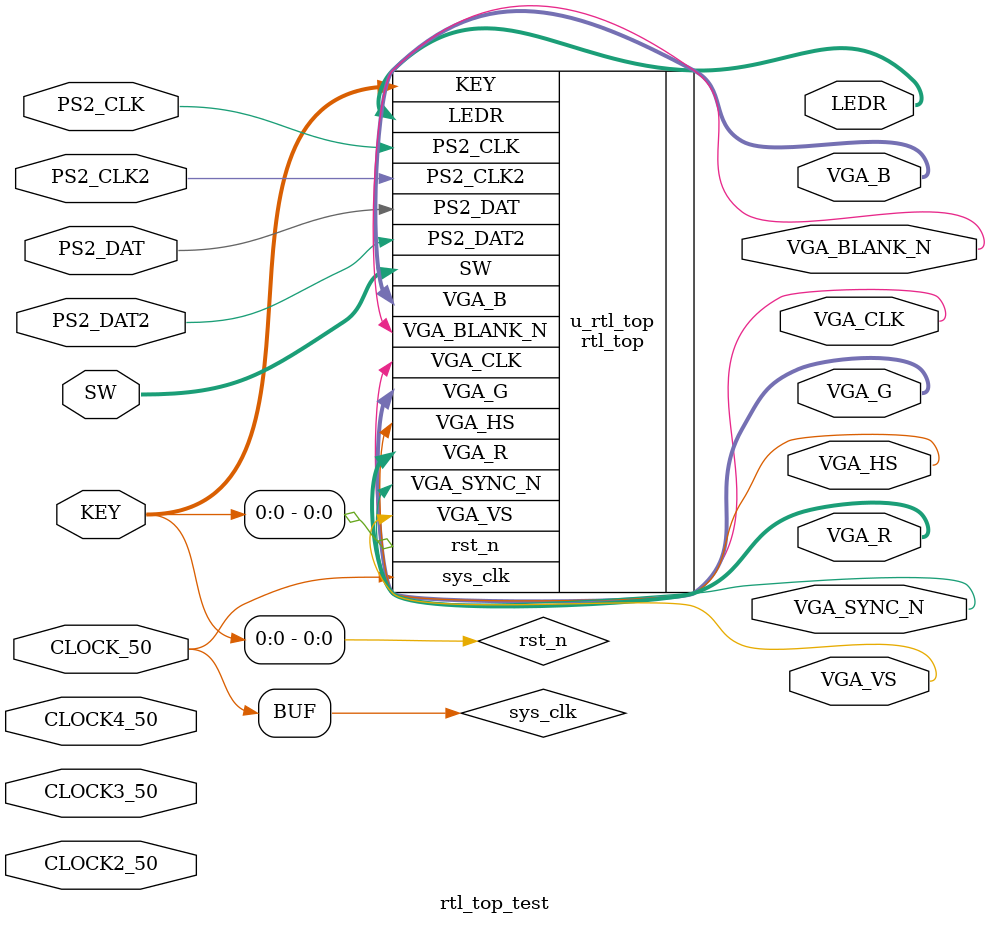
<source format=v>


module rtl_top_test(

	//////////// CLOCK //////////
	input 		          		CLOCK2_50,
	input 		          		CLOCK3_50,
	input 		          		CLOCK4_50,
	input 		          		CLOCK_50,

	//////////// KEY //////////
	input 		     [3:0]		KEY,

	//////////// LED //////////
	output		     [9:0]		LEDR,

	//////////// PS2 //////////
	inout 		          		PS2_CLK,
	inout 		          		PS2_CLK2,
	inout 		          		PS2_DAT,
	inout 		          		PS2_DAT2,

	//////////// SW //////////
	input 		     [9:0]		SW,

	//////////// VGA //////////
	output		          		VGA_BLANK_N,
	output		     [7:0]		VGA_B,
	output		          		VGA_CLK,
	output		     [7:0]		VGA_G,
	output		          		VGA_HS,
	output		     [7:0]		VGA_R,
	output		          		VGA_SYNC_N,
	output		          		VGA_VS
);



//=======================================================
//  REG/WIRE declarations
//=======================================================
wire sys_clk, rst_n;

assign sys_clk = CLOCK_50;
assign rst_n = KEY[0];


//=======================================================
//  Structural coding
//=======================================================
rtl_top u_rtl_top (
    .sys_clk       (sys_clk),
    .rst_n         (rst_n),

    .KEY           (KEY),
    .SW            (SW),
    .PS2_CLK       (PS2_CLK),
    .PS2_CLK2      (PS2_CLK2),
    .PS2_DAT       (PS2_DAT),
    .PS2_DAT2      (PS2_DAT2),
    .LEDR          (LEDR),

    // VGA
    .VGA_BLANK_N   (VGA_BLANK_N),
    .VGA_B         (VGA_B),
    .VGA_CLK       (VGA_CLK),
    .VGA_G         (VGA_G),
    .VGA_HS        (VGA_HS),
    .VGA_R         (VGA_R),
    .VGA_SYNC_N    (VGA_SYNC_N),
    .VGA_VS        (VGA_VS)
);



endmodule

</source>
